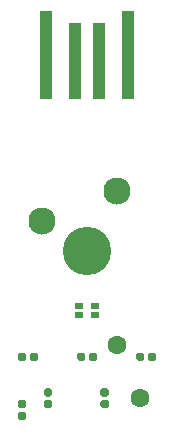
<source format=gts>
%TF.GenerationSoftware,KiCad,Pcbnew,5.1.6*%
%TF.CreationDate,2020-10-25T22:33:59+01:00*%
%TF.ProjectId,anykey,616e796b-6579-42e6-9b69-6361645f7063,rev?*%
%TF.SameCoordinates,Original*%
%TF.FileFunction,Soldermask,Top*%
%TF.FilePolarity,Negative*%
%FSLAX46Y46*%
G04 Gerber Fmt 4.6, Leading zero omitted, Abs format (unit mm)*
G04 Created by KiCad (PCBNEW 5.1.6) date 2020-10-25 22:33:59*
%MOMM*%
%LPD*%
G01*
G04 APERTURE LIST*
%ADD10C,1.600000*%
%ADD11C,4.100000*%
%ADD12C,2.300000*%
%ADD13R,1.100000X7.510000*%
%ADD14R,1.100000X6.510000*%
%ADD15R,0.700000X0.500000*%
G04 APERTURE END LIST*
D10*
%TO.C,TP2*%
X154500000Y-84000000D03*
%TD*%
%TO.C,TP1*%
X152500000Y-79500000D03*
%TD*%
D11*
%TO.C,SW1*%
X150000000Y-71500000D03*
D12*
X146190000Y-68960000D03*
X152540000Y-66420000D03*
%TD*%
%TO.C,R7*%
G36*
G01*
X155140000Y-80697500D02*
X155140000Y-80302500D01*
G75*
G02*
X155312500Y-80130000I172500J0D01*
G01*
X155657500Y-80130000D01*
G75*
G02*
X155830000Y-80302500I0J-172500D01*
G01*
X155830000Y-80697500D01*
G75*
G02*
X155657500Y-80870000I-172500J0D01*
G01*
X155312500Y-80870000D01*
G75*
G02*
X155140000Y-80697500I0J172500D01*
G01*
G37*
G36*
G01*
X154170000Y-80697500D02*
X154170000Y-80302500D01*
G75*
G02*
X154342500Y-80130000I172500J0D01*
G01*
X154687500Y-80130000D01*
G75*
G02*
X154860000Y-80302500I0J-172500D01*
G01*
X154860000Y-80697500D01*
G75*
G02*
X154687500Y-80870000I-172500J0D01*
G01*
X154342500Y-80870000D01*
G75*
G02*
X154170000Y-80697500I0J172500D01*
G01*
G37*
%TD*%
%TO.C,R6*%
G36*
G01*
X150140000Y-80697500D02*
X150140000Y-80302500D01*
G75*
G02*
X150312500Y-80130000I172500J0D01*
G01*
X150657500Y-80130000D01*
G75*
G02*
X150830000Y-80302500I0J-172500D01*
G01*
X150830000Y-80697500D01*
G75*
G02*
X150657500Y-80870000I-172500J0D01*
G01*
X150312500Y-80870000D01*
G75*
G02*
X150140000Y-80697500I0J172500D01*
G01*
G37*
G36*
G01*
X149170000Y-80697500D02*
X149170000Y-80302500D01*
G75*
G02*
X149342500Y-80130000I172500J0D01*
G01*
X149687500Y-80130000D01*
G75*
G02*
X149860000Y-80302500I0J-172500D01*
G01*
X149860000Y-80697500D01*
G75*
G02*
X149687500Y-80870000I-172500J0D01*
G01*
X149342500Y-80870000D01*
G75*
G02*
X149170000Y-80697500I0J172500D01*
G01*
G37*
%TD*%
%TO.C,R5*%
G36*
G01*
X144170000Y-80697500D02*
X144170000Y-80302500D01*
G75*
G02*
X144342500Y-80130000I172500J0D01*
G01*
X144687500Y-80130000D01*
G75*
G02*
X144860000Y-80302500I0J-172500D01*
G01*
X144860000Y-80697500D01*
G75*
G02*
X144687500Y-80870000I-172500J0D01*
G01*
X144342500Y-80870000D01*
G75*
G02*
X144170000Y-80697500I0J172500D01*
G01*
G37*
G36*
G01*
X145140000Y-80697500D02*
X145140000Y-80302500D01*
G75*
G02*
X145312500Y-80130000I172500J0D01*
G01*
X145657500Y-80130000D01*
G75*
G02*
X145830000Y-80302500I0J-172500D01*
G01*
X145830000Y-80697500D01*
G75*
G02*
X145657500Y-80870000I-172500J0D01*
G01*
X145312500Y-80870000D01*
G75*
G02*
X145140000Y-80697500I0J172500D01*
G01*
G37*
%TD*%
%TO.C,R4*%
G36*
G01*
X151302500Y-84140000D02*
X151697500Y-84140000D01*
G75*
G02*
X151870000Y-84312500I0J-172500D01*
G01*
X151870000Y-84657500D01*
G75*
G02*
X151697500Y-84830000I-172500J0D01*
G01*
X151302500Y-84830000D01*
G75*
G02*
X151130000Y-84657500I0J172500D01*
G01*
X151130000Y-84312500D01*
G75*
G02*
X151302500Y-84140000I172500J0D01*
G01*
G37*
G36*
G01*
X151302500Y-83170000D02*
X151697500Y-83170000D01*
G75*
G02*
X151870000Y-83342500I0J-172500D01*
G01*
X151870000Y-83687500D01*
G75*
G02*
X151697500Y-83860000I-172500J0D01*
G01*
X151302500Y-83860000D01*
G75*
G02*
X151130000Y-83687500I0J172500D01*
G01*
X151130000Y-83342500D01*
G75*
G02*
X151302500Y-83170000I172500J0D01*
G01*
G37*
%TD*%
%TO.C,R3*%
G36*
G01*
X146502500Y-84140000D02*
X146897500Y-84140000D01*
G75*
G02*
X147070000Y-84312500I0J-172500D01*
G01*
X147070000Y-84657500D01*
G75*
G02*
X146897500Y-84830000I-172500J0D01*
G01*
X146502500Y-84830000D01*
G75*
G02*
X146330000Y-84657500I0J172500D01*
G01*
X146330000Y-84312500D01*
G75*
G02*
X146502500Y-84140000I172500J0D01*
G01*
G37*
G36*
G01*
X146502500Y-83170000D02*
X146897500Y-83170000D01*
G75*
G02*
X147070000Y-83342500I0J-172500D01*
G01*
X147070000Y-83687500D01*
G75*
G02*
X146897500Y-83860000I-172500J0D01*
G01*
X146502500Y-83860000D01*
G75*
G02*
X146330000Y-83687500I0J172500D01*
G01*
X146330000Y-83342500D01*
G75*
G02*
X146502500Y-83170000I172500J0D01*
G01*
G37*
%TD*%
%TO.C,R2*%
G36*
G01*
X144302500Y-85140000D02*
X144697500Y-85140000D01*
G75*
G02*
X144870000Y-85312500I0J-172500D01*
G01*
X144870000Y-85657500D01*
G75*
G02*
X144697500Y-85830000I-172500J0D01*
G01*
X144302500Y-85830000D01*
G75*
G02*
X144130000Y-85657500I0J172500D01*
G01*
X144130000Y-85312500D01*
G75*
G02*
X144302500Y-85140000I172500J0D01*
G01*
G37*
G36*
G01*
X144302500Y-84170000D02*
X144697500Y-84170000D01*
G75*
G02*
X144870000Y-84342500I0J-172500D01*
G01*
X144870000Y-84687500D01*
G75*
G02*
X144697500Y-84860000I-172500J0D01*
G01*
X144302500Y-84860000D01*
G75*
G02*
X144130000Y-84687500I0J172500D01*
G01*
X144130000Y-84342500D01*
G75*
G02*
X144302500Y-84170000I172500J0D01*
G01*
G37*
%TD*%
D13*
%TO.C,J1*%
X146500000Y-54945000D03*
D14*
X149000000Y-55445000D03*
X151000000Y-55445000D03*
D13*
X153500000Y-54945000D03*
%TD*%
D15*
%TO.C,D2*%
X149350000Y-76980000D03*
X150650000Y-76980000D03*
X150650000Y-76180000D03*
X149350000Y-76180000D03*
%TD*%
M02*

</source>
